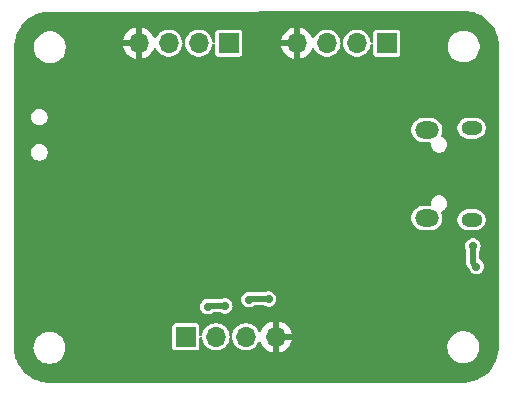
<source format=gbr>
%TF.GenerationSoftware,KiCad,Pcbnew,8.0.8*%
%TF.CreationDate,2025-02-20T15:14:10+05:30*%
%TF.ProjectId,Testing_1,54657374-696e-4675-9f31-2e6b69636164,rev?*%
%TF.SameCoordinates,Original*%
%TF.FileFunction,Copper,L2,Bot*%
%TF.FilePolarity,Positive*%
%FSLAX46Y46*%
G04 Gerber Fmt 4.6, Leading zero omitted, Abs format (unit mm)*
G04 Created by KiCad (PCBNEW 8.0.8) date 2025-02-20 15:14:10*
%MOMM*%
%LPD*%
G01*
G04 APERTURE LIST*
%TA.AperFunction,ComponentPad*%
%ADD10R,1.700000X1.700000*%
%TD*%
%TA.AperFunction,ComponentPad*%
%ADD11O,1.700000X1.700000*%
%TD*%
%TA.AperFunction,HeatsinkPad*%
%ADD12O,1.800000X1.150000*%
%TD*%
%TA.AperFunction,HeatsinkPad*%
%ADD13O,2.000000X1.450000*%
%TD*%
%TA.AperFunction,ViaPad*%
%ADD14C,0.700000*%
%TD*%
%TA.AperFunction,Conductor*%
%ADD15C,0.500000*%
%TD*%
%TA.AperFunction,Conductor*%
%ADD16C,0.300000*%
%TD*%
G04 APERTURE END LIST*
D10*
%TO.P,J4,1,Pin_1*%
%TO.N,+3.3V*%
X120020000Y-93870000D03*
D11*
%TO.P,J4,2,Pin_2*%
%TO.N,/I2C2_SCL*%
X122560000Y-93870000D03*
%TO.P,J4,3,Pin_3*%
%TO.N,/I2C2_SDA*%
X125100000Y-93870000D03*
%TO.P,J4,4,Pin_4*%
%TO.N,GND*%
X127640000Y-93870000D03*
%TD*%
D10*
%TO.P,J3,1,Pin_1*%
%TO.N,+3.3V*%
X123640000Y-69020000D03*
D11*
%TO.P,J3,2,Pin_2*%
%TO.N,/USART1_Tx*%
X121100000Y-69020000D03*
%TO.P,J3,3,Pin_3*%
%TO.N,/USART1_Rx*%
X118560000Y-69020000D03*
%TO.P,J3,4,Pin_4*%
%TO.N,GND*%
X116020000Y-69020000D03*
%TD*%
D10*
%TO.P,J2,1,Pin_1*%
%TO.N,+3.3V*%
X137040000Y-69020000D03*
D11*
%TO.P,J2,2,Pin_2*%
%TO.N,/SWDIO*%
X134500000Y-69020000D03*
%TO.P,J2,3,Pin_3*%
%TO.N,/SWCLK*%
X131960000Y-69020000D03*
%TO.P,J2,4,Pin_4*%
%TO.N,GND*%
X129420000Y-69020000D03*
%TD*%
D12*
%TO.P,J1,6,Shield*%
%TO.N,unconnected-(J1-Shield-Pad6)_3*%
X144210000Y-76225000D03*
D13*
%TO.N,unconnected-(J1-Shield-Pad6)_1*%
X140410000Y-76375000D03*
%TO.N,unconnected-(J1-Shield-Pad6)*%
X140410000Y-83825000D03*
D12*
%TO.N,unconnected-(J1-Shield-Pad6)_2*%
X144210000Y-83975000D03*
%TD*%
D14*
%TO.N,GND*%
X112560000Y-84170000D03*
X114320000Y-78760000D03*
%TO.N,+3.3V*%
X144626570Y-87931280D03*
X144330000Y-86200000D03*
X121880000Y-91330000D03*
X123320000Y-91260000D03*
X125360000Y-90740000D03*
X127030000Y-90680000D03*
%TO.N,GND*%
X137182000Y-88732150D03*
X141890000Y-88770000D03*
X138080141Y-88790000D03*
X137561999Y-85389923D03*
X137550000Y-84490000D03*
X138940000Y-78770000D03*
X132300000Y-79530000D03*
X109890000Y-73550000D03*
X122750000Y-78690000D03*
X118960000Y-76840000D03*
X115603105Y-82134527D03*
X116800000Y-85340000D03*
X116750000Y-89410000D03*
X122210000Y-82440000D03*
X123273796Y-88280000D03*
X127240000Y-84160000D03*
X116510000Y-79140000D03*
X145200000Y-87060000D03*
%TD*%
D15*
%TO.N,+3.3V*%
X144626570Y-87931280D02*
X144330000Y-87634710D01*
X144330000Y-87634710D02*
X144330000Y-86200000D01*
X121950000Y-91260000D02*
X121880000Y-91330000D01*
X123320000Y-91260000D02*
X121950000Y-91260000D01*
X125420000Y-90680000D02*
X125360000Y-90740000D01*
X127030000Y-90680000D02*
X125420000Y-90680000D01*
D16*
%TO.N,GND*%
X138120000Y-88750141D02*
X138080141Y-88790000D01*
X138120000Y-88660000D02*
X138120000Y-88750141D01*
%TD*%
%TA.AperFunction,Conductor*%
%TO.N,GND*%
G36*
X143540847Y-66300011D02*
G01*
X143702028Y-66302202D01*
X143714228Y-66302973D01*
X144035387Y-66339236D01*
X144049092Y-66341570D01*
X144363334Y-66413451D01*
X144376700Y-66417310D01*
X144680872Y-66523989D01*
X144693741Y-66529332D01*
X144984023Y-66669464D01*
X144996212Y-66676218D01*
X145268927Y-66848030D01*
X145280281Y-66856108D01*
X145532006Y-67057441D01*
X145542382Y-67066743D01*
X145584968Y-67109471D01*
X145769925Y-67295046D01*
X145779184Y-67305443D01*
X145808107Y-67341854D01*
X145979675Y-67557836D01*
X145987716Y-67569217D01*
X146158624Y-67842512D01*
X146165337Y-67854724D01*
X146294758Y-68125117D01*
X146304498Y-68145465D01*
X146309798Y-68158352D01*
X146415459Y-68462870D01*
X146419280Y-68476271D01*
X146490105Y-68790715D01*
X146492399Y-68804460D01*
X146527590Y-69125727D01*
X146528320Y-69137956D01*
X146529975Y-69299207D01*
X146529982Y-69300626D01*
X146500000Y-94759196D01*
X146499988Y-94760788D01*
X146497725Y-94922256D01*
X146496957Y-94934402D01*
X146460722Y-95255992D01*
X146458393Y-95269700D01*
X146386573Y-95584366D01*
X146382724Y-95597729D01*
X146276120Y-95902386D01*
X146270798Y-95915233D01*
X146130760Y-96206025D01*
X146124034Y-96218195D01*
X145952314Y-96491486D01*
X145944267Y-96502827D01*
X145743028Y-96755173D01*
X145733762Y-96765541D01*
X145505541Y-96993762D01*
X145495173Y-97003028D01*
X145242827Y-97204267D01*
X145231486Y-97212314D01*
X144958195Y-97384034D01*
X144946025Y-97390760D01*
X144655233Y-97530798D01*
X144642386Y-97536120D01*
X144337729Y-97642724D01*
X144324366Y-97646573D01*
X144009700Y-97718393D01*
X143995992Y-97720722D01*
X143674402Y-97756957D01*
X143662256Y-97757725D01*
X143500821Y-97759988D01*
X143499154Y-97760000D01*
X108470592Y-97780049D01*
X108469204Y-97780042D01*
X108308551Y-97778336D01*
X108296422Y-97777612D01*
X107976498Y-97742716D01*
X107962810Y-97740442D01*
X107649633Y-97670210D01*
X107636285Y-97666421D01*
X107332913Y-97561639D01*
X107320072Y-97556382D01*
X107030316Y-97418366D01*
X107018142Y-97411708D01*
X106984467Y-97390760D01*
X106745601Y-97242171D01*
X106734258Y-97234201D01*
X106482366Y-97035279D01*
X106471990Y-97026097D01*
X106243903Y-96800279D01*
X106234606Y-96789983D01*
X106206546Y-96755173D01*
X106033173Y-96540092D01*
X106025085Y-96528820D01*
X105852842Y-96258005D01*
X105846062Y-96245898D01*
X105705150Y-95957524D01*
X105699772Y-95944754D01*
X105591953Y-95642421D01*
X105588038Y-95629135D01*
X105514674Y-95316658D01*
X105512268Y-95303022D01*
X105474172Y-94983439D01*
X105473327Y-94971344D01*
X105470026Y-94811283D01*
X105470001Y-94808691D01*
X105470125Y-94703713D01*
X107119500Y-94703713D01*
X107119500Y-94916287D01*
X107122369Y-94934402D01*
X107144834Y-95076243D01*
X107152754Y-95126243D01*
X107210193Y-95303022D01*
X107218444Y-95328414D01*
X107314951Y-95517820D01*
X107439890Y-95689786D01*
X107590213Y-95840109D01*
X107762179Y-95965048D01*
X107762181Y-95965049D01*
X107762184Y-95965051D01*
X107951588Y-96061557D01*
X108153757Y-96127246D01*
X108363713Y-96160500D01*
X108363714Y-96160500D01*
X108576286Y-96160500D01*
X108576287Y-96160500D01*
X108786243Y-96127246D01*
X108988412Y-96061557D01*
X109177816Y-95965051D01*
X109264068Y-95902386D01*
X109349786Y-95840109D01*
X109349788Y-95840106D01*
X109349792Y-95840104D01*
X109500104Y-95689792D01*
X109500106Y-95689788D01*
X109500109Y-95689786D01*
X109625048Y-95517820D01*
X109625047Y-95517820D01*
X109625051Y-95517816D01*
X109721557Y-95328412D01*
X109787246Y-95126243D01*
X109820500Y-94916287D01*
X109820500Y-94703713D01*
X109787246Y-94493757D01*
X109721557Y-94291588D01*
X109625051Y-94102184D01*
X109625049Y-94102181D01*
X109625048Y-94102179D01*
X109500109Y-93930213D01*
X109349786Y-93779890D01*
X109177820Y-93654951D01*
X108988414Y-93558444D01*
X108988413Y-93558443D01*
X108988412Y-93558443D01*
X108786243Y-93492754D01*
X108786241Y-93492753D01*
X108786240Y-93492753D01*
X108610627Y-93464939D01*
X108576287Y-93459500D01*
X108363713Y-93459500D01*
X108329373Y-93464939D01*
X108153760Y-93492753D01*
X107951585Y-93558444D01*
X107762179Y-93654951D01*
X107590213Y-93779890D01*
X107439890Y-93930213D01*
X107314951Y-94102179D01*
X107218444Y-94291585D01*
X107152753Y-94493760D01*
X107128260Y-94648406D01*
X107119500Y-94703713D01*
X105470125Y-94703713D01*
X105472161Y-92975131D01*
X118869500Y-92975131D01*
X118869500Y-94764856D01*
X118869502Y-94764882D01*
X118872413Y-94789987D01*
X118872415Y-94789991D01*
X118917793Y-94892764D01*
X118917794Y-94892765D01*
X118997235Y-94972206D01*
X119100009Y-95017585D01*
X119125135Y-95020500D01*
X120914864Y-95020499D01*
X120914879Y-95020497D01*
X120914882Y-95020497D01*
X120939987Y-95017586D01*
X120939988Y-95017585D01*
X120939991Y-95017585D01*
X121042765Y-94972206D01*
X121122206Y-94892765D01*
X121167585Y-94789991D01*
X121170500Y-94764865D01*
X121170499Y-94026046D01*
X121190183Y-93959009D01*
X121242987Y-93913254D01*
X121312146Y-93903310D01*
X121375702Y-93932335D01*
X121413476Y-93991113D01*
X121417970Y-94014606D01*
X121421452Y-94052179D01*
X121424244Y-94082310D01*
X121477675Y-94270099D01*
X121482596Y-94287392D01*
X121482596Y-94287394D01*
X121577632Y-94478253D01*
X121706127Y-94648406D01*
X121706128Y-94648407D01*
X121863698Y-94792052D01*
X122044981Y-94904298D01*
X122243802Y-94981321D01*
X122453390Y-95020500D01*
X122453392Y-95020500D01*
X122666608Y-95020500D01*
X122666610Y-95020500D01*
X122876198Y-94981321D01*
X123075019Y-94904298D01*
X123256302Y-94792052D01*
X123413872Y-94648407D01*
X123542366Y-94478255D01*
X123596270Y-94370000D01*
X123637403Y-94287394D01*
X123637403Y-94287393D01*
X123637405Y-94287389D01*
X123695756Y-94082310D01*
X123706529Y-93966047D01*
X123732315Y-93901111D01*
X123774622Y-93870804D01*
X123883130Y-93870804D01*
X123919503Y-93891668D01*
X123951693Y-93953681D01*
X123953470Y-93966047D01*
X123964244Y-94082310D01*
X124017675Y-94270099D01*
X124022596Y-94287392D01*
X124022596Y-94287394D01*
X124117632Y-94478253D01*
X124246127Y-94648406D01*
X124246128Y-94648407D01*
X124403698Y-94792052D01*
X124584981Y-94904298D01*
X124783802Y-94981321D01*
X124993390Y-95020500D01*
X124993392Y-95020500D01*
X125206608Y-95020500D01*
X125206610Y-95020500D01*
X125416198Y-94981321D01*
X125615019Y-94904298D01*
X125796302Y-94792052D01*
X125953872Y-94648407D01*
X126082366Y-94478255D01*
X126149325Y-94343781D01*
X126196825Y-94292548D01*
X126264488Y-94275126D01*
X126330828Y-94297051D01*
X126372705Y-94346651D01*
X126466399Y-94547578D01*
X126601894Y-94741082D01*
X126768917Y-94908105D01*
X126962421Y-95043600D01*
X127176507Y-95143429D01*
X127176516Y-95143433D01*
X127390000Y-95200634D01*
X127390000Y-94303012D01*
X127447007Y-94335925D01*
X127574174Y-94370000D01*
X127705826Y-94370000D01*
X127832993Y-94335925D01*
X127890000Y-94303012D01*
X127890000Y-95200633D01*
X128103483Y-95143433D01*
X128103492Y-95143429D01*
X128317578Y-95043600D01*
X128511082Y-94908105D01*
X128678105Y-94741082D01*
X128739282Y-94653713D01*
X142149500Y-94653713D01*
X142149500Y-94866286D01*
X142173924Y-95020497D01*
X142182754Y-95076243D01*
X142245612Y-95269700D01*
X142248444Y-95278414D01*
X142344951Y-95467820D01*
X142469890Y-95639786D01*
X142620213Y-95790109D01*
X142792179Y-95915048D01*
X142792181Y-95915049D01*
X142792184Y-95915051D01*
X142981588Y-96011557D01*
X143183757Y-96077246D01*
X143393713Y-96110500D01*
X143393714Y-96110500D01*
X143606286Y-96110500D01*
X143606287Y-96110500D01*
X143816243Y-96077246D01*
X144018412Y-96011557D01*
X144207816Y-95915051D01*
X144310966Y-95840109D01*
X144379786Y-95790109D01*
X144379788Y-95790106D01*
X144379792Y-95790104D01*
X144530104Y-95639792D01*
X144530106Y-95639788D01*
X144530109Y-95639786D01*
X144655048Y-95467820D01*
X144655047Y-95467820D01*
X144655051Y-95467816D01*
X144751557Y-95278412D01*
X144817246Y-95076243D01*
X144850500Y-94866287D01*
X144850500Y-94653713D01*
X144817246Y-94443757D01*
X144751557Y-94241588D01*
X144655051Y-94052184D01*
X144655049Y-94052181D01*
X144655048Y-94052179D01*
X144530109Y-93880213D01*
X144379786Y-93729890D01*
X144207820Y-93604951D01*
X144018414Y-93508444D01*
X144018413Y-93508443D01*
X144018412Y-93508443D01*
X143816243Y-93442754D01*
X143816241Y-93442753D01*
X143816240Y-93442753D01*
X143654957Y-93417208D01*
X143606287Y-93409500D01*
X143393713Y-93409500D01*
X143345042Y-93417208D01*
X143183760Y-93442753D01*
X142981585Y-93508444D01*
X142792179Y-93604951D01*
X142620213Y-93729890D01*
X142469890Y-93880213D01*
X142344951Y-94052179D01*
X142248444Y-94241585D01*
X142182753Y-94443760D01*
X142149500Y-94653713D01*
X128739282Y-94653713D01*
X128813600Y-94547578D01*
X128913429Y-94333492D01*
X128913432Y-94333486D01*
X128970636Y-94120000D01*
X128073012Y-94120000D01*
X128105925Y-94062993D01*
X128140000Y-93935826D01*
X128140000Y-93804174D01*
X128105925Y-93677007D01*
X128073012Y-93620000D01*
X128970636Y-93620000D01*
X128970635Y-93619999D01*
X128913432Y-93406513D01*
X128913429Y-93406507D01*
X128813600Y-93192422D01*
X128813599Y-93192420D01*
X128678113Y-92998926D01*
X128678108Y-92998920D01*
X128511082Y-92831894D01*
X128317578Y-92696399D01*
X128103492Y-92596570D01*
X128103486Y-92596567D01*
X127890000Y-92539364D01*
X127890000Y-93436988D01*
X127832993Y-93404075D01*
X127705826Y-93370000D01*
X127574174Y-93370000D01*
X127447007Y-93404075D01*
X127390000Y-93436988D01*
X127390000Y-92539364D01*
X127389999Y-92539364D01*
X127176513Y-92596567D01*
X127176507Y-92596570D01*
X126962422Y-92696399D01*
X126962420Y-92696400D01*
X126768926Y-92831886D01*
X126768920Y-92831891D01*
X126601891Y-92998920D01*
X126601886Y-92998926D01*
X126466400Y-93192420D01*
X126466399Y-93192422D01*
X126372705Y-93393348D01*
X126326532Y-93445787D01*
X126259339Y-93464939D01*
X126192457Y-93444723D01*
X126149324Y-93396216D01*
X126082366Y-93261745D01*
X125953872Y-93091593D01*
X125796302Y-92947948D01*
X125615019Y-92835702D01*
X125615017Y-92835701D01*
X125515608Y-92797190D01*
X125416198Y-92758679D01*
X125206610Y-92719500D01*
X124993390Y-92719500D01*
X124783802Y-92758679D01*
X124783799Y-92758679D01*
X124783799Y-92758680D01*
X124584982Y-92835701D01*
X124584980Y-92835702D01*
X124403699Y-92947947D01*
X124246127Y-93091593D01*
X124117632Y-93261746D01*
X124022596Y-93452605D01*
X124022596Y-93452607D01*
X123964244Y-93657689D01*
X123953471Y-93773951D01*
X123927685Y-93838888D01*
X123883130Y-93870804D01*
X123774622Y-93870804D01*
X123776869Y-93869194D01*
X123740497Y-93848331D01*
X123708307Y-93786318D01*
X123706529Y-93773951D01*
X123703175Y-93737759D01*
X123695756Y-93657690D01*
X123637405Y-93452611D01*
X123637403Y-93452606D01*
X123637403Y-93452605D01*
X123542367Y-93261746D01*
X123413872Y-93091593D01*
X123256302Y-92947948D01*
X123075019Y-92835702D01*
X123075017Y-92835701D01*
X122975608Y-92797190D01*
X122876198Y-92758679D01*
X122666610Y-92719500D01*
X122453390Y-92719500D01*
X122243802Y-92758679D01*
X122243799Y-92758679D01*
X122243799Y-92758680D01*
X122044982Y-92835701D01*
X122044980Y-92835702D01*
X121863699Y-92947947D01*
X121706127Y-93091593D01*
X121577632Y-93261746D01*
X121482596Y-93452605D01*
X121482596Y-93452607D01*
X121424244Y-93657689D01*
X121417970Y-93725394D01*
X121392183Y-93790331D01*
X121335383Y-93831018D01*
X121265602Y-93834538D01*
X121204995Y-93799772D01*
X121172806Y-93737759D01*
X121170499Y-93713952D01*
X121170499Y-92975143D01*
X121170499Y-92975136D01*
X121170497Y-92975117D01*
X121167586Y-92950012D01*
X121167585Y-92950010D01*
X121167585Y-92950009D01*
X121122206Y-92847235D01*
X121042765Y-92767794D01*
X121022124Y-92758680D01*
X120939992Y-92722415D01*
X120914865Y-92719500D01*
X119125143Y-92719500D01*
X119125117Y-92719502D01*
X119100012Y-92722413D01*
X119100008Y-92722415D01*
X118997235Y-92767793D01*
X118917794Y-92847234D01*
X118872415Y-92950006D01*
X118872415Y-92950008D01*
X118869500Y-92975131D01*
X105472161Y-92975131D01*
X105474099Y-91329999D01*
X121224722Y-91329999D01*
X121224722Y-91330000D01*
X121243762Y-91486818D01*
X121299780Y-91634523D01*
X121389517Y-91764530D01*
X121507760Y-91869283D01*
X121507762Y-91869284D01*
X121647634Y-91942696D01*
X121801014Y-91980500D01*
X121801015Y-91980500D01*
X121958985Y-91980500D01*
X122112365Y-91942696D01*
X122252238Y-91869284D01*
X122252237Y-91869284D01*
X122252240Y-91869283D01*
X122270139Y-91853425D01*
X122283394Y-91841684D01*
X122346627Y-91811963D01*
X122365620Y-91810500D01*
X122938569Y-91810500D01*
X122996194Y-91824703D01*
X123087635Y-91872696D01*
X123164325Y-91891598D01*
X123241014Y-91910500D01*
X123241015Y-91910500D01*
X123398985Y-91910500D01*
X123552365Y-91872696D01*
X123558870Y-91869282D01*
X123692240Y-91799283D01*
X123810483Y-91694530D01*
X123900220Y-91564523D01*
X123956237Y-91416818D01*
X123975278Y-91260000D01*
X123964737Y-91173182D01*
X123956237Y-91103181D01*
X123911236Y-90984524D01*
X123900220Y-90955477D01*
X123810483Y-90825470D01*
X123714005Y-90739999D01*
X124704722Y-90739999D01*
X124704722Y-90740000D01*
X124723762Y-90896818D01*
X124746009Y-90955477D01*
X124779780Y-91044523D01*
X124869517Y-91174530D01*
X124987760Y-91279283D01*
X124987762Y-91279284D01*
X125127634Y-91352696D01*
X125281014Y-91390500D01*
X125281015Y-91390500D01*
X125438985Y-91390500D01*
X125592365Y-91352696D01*
X125732238Y-91279284D01*
X125732237Y-91279284D01*
X125732240Y-91279283D01*
X125744502Y-91268419D01*
X125752106Y-91261684D01*
X125815339Y-91231963D01*
X125834332Y-91230500D01*
X126648569Y-91230500D01*
X126706194Y-91244703D01*
X126797635Y-91292696D01*
X126874325Y-91311598D01*
X126951014Y-91330500D01*
X126951015Y-91330500D01*
X127108985Y-91330500D01*
X127262365Y-91292696D01*
X127287923Y-91279282D01*
X127402240Y-91219283D01*
X127520483Y-91114530D01*
X127610220Y-90984523D01*
X127666237Y-90836818D01*
X127685278Y-90680000D01*
X127666237Y-90523182D01*
X127610220Y-90375477D01*
X127520483Y-90245470D01*
X127402240Y-90140717D01*
X127402238Y-90140716D01*
X127402237Y-90140715D01*
X127262365Y-90067303D01*
X127108986Y-90029500D01*
X127108985Y-90029500D01*
X126951015Y-90029500D01*
X126951014Y-90029500D01*
X126797636Y-90067303D01*
X126755345Y-90089500D01*
X126706194Y-90115296D01*
X126648569Y-90129500D01*
X125616332Y-90129500D01*
X125586658Y-90125897D01*
X125438986Y-90089500D01*
X125438985Y-90089500D01*
X125281015Y-90089500D01*
X125281014Y-90089500D01*
X125127634Y-90127303D01*
X124987762Y-90200715D01*
X124869516Y-90305471D01*
X124779781Y-90435475D01*
X124779780Y-90435476D01*
X124723762Y-90583181D01*
X124704722Y-90739999D01*
X123714005Y-90739999D01*
X123692240Y-90720717D01*
X123692238Y-90720716D01*
X123692237Y-90720715D01*
X123552365Y-90647303D01*
X123398986Y-90609500D01*
X123398985Y-90609500D01*
X123241015Y-90609500D01*
X123241014Y-90609500D01*
X123087636Y-90647303D01*
X123041763Y-90671379D01*
X122996194Y-90695296D01*
X122938569Y-90709500D01*
X122095759Y-90709500D01*
X122066084Y-90705897D01*
X121958985Y-90679500D01*
X121801015Y-90679500D01*
X121801014Y-90679500D01*
X121647634Y-90717303D01*
X121507762Y-90790715D01*
X121389516Y-90895471D01*
X121299781Y-91025475D01*
X121299780Y-91025476D01*
X121243762Y-91173181D01*
X121224722Y-91329999D01*
X105474099Y-91329999D01*
X105480142Y-86199999D01*
X143674722Y-86199999D01*
X143674722Y-86200000D01*
X143693762Y-86356818D01*
X143749780Y-86504523D01*
X143757548Y-86515777D01*
X143779433Y-86582130D01*
X143779500Y-86586219D01*
X143779500Y-87562236D01*
X143779500Y-87707184D01*
X143817016Y-87847195D01*
X143865561Y-87931279D01*
X143889489Y-87972723D01*
X143889491Y-87972726D01*
X143962633Y-88045868D01*
X143990894Y-88089578D01*
X144046350Y-88235803D01*
X144136087Y-88365810D01*
X144254330Y-88470563D01*
X144254332Y-88470564D01*
X144394204Y-88543976D01*
X144547584Y-88581780D01*
X144547585Y-88581780D01*
X144705555Y-88581780D01*
X144858935Y-88543976D01*
X144998810Y-88470563D01*
X145117053Y-88365810D01*
X145206790Y-88235803D01*
X145262807Y-88088098D01*
X145281848Y-87931280D01*
X145262807Y-87774462D01*
X145206790Y-87626757D01*
X145117053Y-87496750D01*
X144998810Y-87391997D01*
X144998808Y-87391996D01*
X144998807Y-87391995D01*
X144998805Y-87391994D01*
X144946873Y-87364737D01*
X144896661Y-87316152D01*
X144880500Y-87254941D01*
X144880500Y-86586219D01*
X144900185Y-86519180D01*
X144902434Y-86515802D01*
X144910220Y-86504523D01*
X144966237Y-86356818D01*
X144985278Y-86200000D01*
X144966237Y-86043182D01*
X144910220Y-85895477D01*
X144820483Y-85765470D01*
X144702240Y-85660717D01*
X144702238Y-85660716D01*
X144702237Y-85660715D01*
X144562365Y-85587303D01*
X144408986Y-85549500D01*
X144408985Y-85549500D01*
X144251015Y-85549500D01*
X144251014Y-85549500D01*
X144097634Y-85587303D01*
X143957762Y-85660715D01*
X143839516Y-85765471D01*
X143749781Y-85895475D01*
X143749780Y-85895476D01*
X143693762Y-86043181D01*
X143674722Y-86199999D01*
X105480142Y-86199999D01*
X105483058Y-83723992D01*
X139109500Y-83723992D01*
X139109500Y-83926007D01*
X139148907Y-84124119D01*
X139148909Y-84124127D01*
X139226212Y-84310752D01*
X139226217Y-84310762D01*
X139338441Y-84478718D01*
X139481281Y-84621558D01*
X139649237Y-84733782D01*
X139649241Y-84733784D01*
X139649244Y-84733786D01*
X139835873Y-84811091D01*
X140033992Y-84850499D01*
X140033996Y-84850500D01*
X140033997Y-84850500D01*
X140786004Y-84850500D01*
X140786005Y-84850499D01*
X140984127Y-84811091D01*
X141170756Y-84733786D01*
X141338718Y-84621558D01*
X141481558Y-84478718D01*
X141593786Y-84310756D01*
X141671091Y-84124127D01*
X141710500Y-83926003D01*
X141710500Y-83888766D01*
X143009500Y-83888766D01*
X143009500Y-84061233D01*
X143043143Y-84230366D01*
X143043146Y-84230378D01*
X143109138Y-84389698D01*
X143109145Y-84389711D01*
X143204954Y-84533098D01*
X143204957Y-84533102D01*
X143326897Y-84655042D01*
X143326901Y-84655045D01*
X143470288Y-84750854D01*
X143470301Y-84750861D01*
X143615708Y-84811090D01*
X143629626Y-84816855D01*
X143798766Y-84850499D01*
X143798769Y-84850500D01*
X143798771Y-84850500D01*
X144621231Y-84850500D01*
X144621232Y-84850499D01*
X144790374Y-84816855D01*
X144949705Y-84750858D01*
X145093099Y-84655045D01*
X145215045Y-84533099D01*
X145310858Y-84389705D01*
X145376855Y-84230374D01*
X145410500Y-84061229D01*
X145410500Y-83888771D01*
X145410500Y-83888768D01*
X145410499Y-83888766D01*
X145376856Y-83719633D01*
X145376855Y-83719626D01*
X145376853Y-83719621D01*
X145310861Y-83560301D01*
X145310854Y-83560288D01*
X145215045Y-83416901D01*
X145215042Y-83416897D01*
X145093102Y-83294957D01*
X145093098Y-83294954D01*
X144949711Y-83199145D01*
X144949698Y-83199138D01*
X144790378Y-83133146D01*
X144790366Y-83133143D01*
X144621232Y-83099500D01*
X144621229Y-83099500D01*
X143798771Y-83099500D01*
X143798768Y-83099500D01*
X143629633Y-83133143D01*
X143629621Y-83133146D01*
X143470301Y-83199138D01*
X143470288Y-83199145D01*
X143326901Y-83294954D01*
X143326897Y-83294957D01*
X143204957Y-83416897D01*
X143204954Y-83416901D01*
X143109145Y-83560288D01*
X143109138Y-83560301D01*
X143043146Y-83719621D01*
X143043143Y-83719633D01*
X143009500Y-83888766D01*
X141710500Y-83888766D01*
X141710500Y-83723997D01*
X141671091Y-83525873D01*
X141629932Y-83426507D01*
X141622463Y-83357037D01*
X141653738Y-83294558D01*
X141704060Y-83264700D01*
X141703207Y-83262452D01*
X141710222Y-83259790D01*
X141710225Y-83259790D01*
X141860852Y-83180734D01*
X141988183Y-83067929D01*
X142084818Y-82927930D01*
X142145140Y-82768872D01*
X142165645Y-82600000D01*
X142145140Y-82431128D01*
X142084818Y-82272070D01*
X141988183Y-82132071D01*
X141860852Y-82019266D01*
X141860849Y-82019263D01*
X141710226Y-81940210D01*
X141545056Y-81899500D01*
X141374944Y-81899500D01*
X141209773Y-81940210D01*
X141059150Y-82019263D01*
X140931816Y-82132072D01*
X140835182Y-82272068D01*
X140774860Y-82431125D01*
X140774859Y-82431130D01*
X140754355Y-82599999D01*
X140761708Y-82660553D01*
X140750248Y-82729476D01*
X140703344Y-82781263D01*
X140638612Y-82799500D01*
X140033992Y-82799500D01*
X139835880Y-82838907D01*
X139835872Y-82838909D01*
X139649247Y-82916212D01*
X139649237Y-82916217D01*
X139481281Y-83028441D01*
X139338441Y-83171281D01*
X139226217Y-83339237D01*
X139226212Y-83339247D01*
X139148909Y-83525872D01*
X139148907Y-83525880D01*
X139109500Y-83723992D01*
X105483058Y-83723992D01*
X105489401Y-78338995D01*
X106919499Y-78338995D01*
X106946418Y-78474322D01*
X106946421Y-78474332D01*
X106999221Y-78601804D01*
X106999228Y-78601817D01*
X107075885Y-78716541D01*
X107075888Y-78716545D01*
X107173454Y-78814111D01*
X107173458Y-78814114D01*
X107288182Y-78890771D01*
X107288195Y-78890778D01*
X107415667Y-78943578D01*
X107415672Y-78943580D01*
X107415676Y-78943580D01*
X107415677Y-78943581D01*
X107551004Y-78970500D01*
X107551007Y-78970500D01*
X107688995Y-78970500D01*
X107780041Y-78952389D01*
X107824328Y-78943580D01*
X107951811Y-78890775D01*
X108066542Y-78814114D01*
X108164114Y-78716542D01*
X108240775Y-78601811D01*
X108293580Y-78474328D01*
X108320500Y-78338993D01*
X108320500Y-78201007D01*
X108320500Y-78201004D01*
X108293581Y-78065677D01*
X108293580Y-78065676D01*
X108293580Y-78065672D01*
X108293578Y-78065667D01*
X108240778Y-77938195D01*
X108240771Y-77938182D01*
X108164114Y-77823458D01*
X108164111Y-77823454D01*
X108066545Y-77725888D01*
X108066541Y-77725885D01*
X107951817Y-77649228D01*
X107951804Y-77649221D01*
X107824332Y-77596421D01*
X107824322Y-77596418D01*
X107688995Y-77569500D01*
X107688993Y-77569500D01*
X107551007Y-77569500D01*
X107551005Y-77569500D01*
X107415677Y-77596418D01*
X107415667Y-77596421D01*
X107288195Y-77649221D01*
X107288182Y-77649228D01*
X107173458Y-77725885D01*
X107173454Y-77725888D01*
X107075888Y-77823454D01*
X107075885Y-77823458D01*
X106999228Y-77938182D01*
X106999221Y-77938195D01*
X106946421Y-78065667D01*
X106946418Y-78065677D01*
X106919500Y-78201004D01*
X106919500Y-78201007D01*
X106919500Y-78338993D01*
X106919500Y-78338995D01*
X106919499Y-78338995D01*
X105489401Y-78338995D01*
X105491834Y-76273992D01*
X139109500Y-76273992D01*
X139109500Y-76476007D01*
X139148907Y-76674119D01*
X139148909Y-76674127D01*
X139226212Y-76860752D01*
X139226217Y-76860762D01*
X139338441Y-77028718D01*
X139481281Y-77171558D01*
X139649237Y-77283782D01*
X139649241Y-77283784D01*
X139649244Y-77283786D01*
X139835873Y-77361091D01*
X140033484Y-77400398D01*
X140033992Y-77400499D01*
X140033996Y-77400500D01*
X140638612Y-77400500D01*
X140705651Y-77420185D01*
X140751406Y-77472989D01*
X140761707Y-77539445D01*
X140754790Y-77596418D01*
X140754355Y-77600000D01*
X140774859Y-77768869D01*
X140774860Y-77768874D01*
X140835182Y-77927931D01*
X140842258Y-77938182D01*
X140931817Y-78067929D01*
X141037505Y-78161560D01*
X141059150Y-78180736D01*
X141209773Y-78259789D01*
X141209775Y-78259790D01*
X141374944Y-78300500D01*
X141545056Y-78300500D01*
X141710225Y-78259790D01*
X141789692Y-78218081D01*
X141860849Y-78180736D01*
X141860850Y-78180734D01*
X141860852Y-78180734D01*
X141988183Y-78067929D01*
X142084818Y-77927930D01*
X142145140Y-77768872D01*
X142165645Y-77600000D01*
X142145140Y-77431128D01*
X142133524Y-77400500D01*
X142118578Y-77361090D01*
X142084818Y-77272070D01*
X141988183Y-77132071D01*
X141860852Y-77019266D01*
X141860849Y-77019263D01*
X141710225Y-76940209D01*
X141703210Y-76937549D01*
X141704131Y-76935119D01*
X141654438Y-76906186D01*
X141622649Y-76843967D01*
X141629544Y-76774439D01*
X141629932Y-76773492D01*
X141671091Y-76674127D01*
X141710500Y-76476003D01*
X141710500Y-76273997D01*
X141683601Y-76138766D01*
X143009500Y-76138766D01*
X143009500Y-76311233D01*
X143043143Y-76480366D01*
X143043146Y-76480378D01*
X143109138Y-76639698D01*
X143109145Y-76639711D01*
X143204954Y-76783098D01*
X143204957Y-76783102D01*
X143326897Y-76905042D01*
X143326901Y-76905045D01*
X143470288Y-77000854D01*
X143470301Y-77000861D01*
X143629621Y-77066853D01*
X143629626Y-77066855D01*
X143798766Y-77100499D01*
X143798769Y-77100500D01*
X143798771Y-77100500D01*
X144621231Y-77100500D01*
X144621232Y-77100499D01*
X144790374Y-77066855D01*
X144949705Y-77000858D01*
X145093099Y-76905045D01*
X145215045Y-76783099D01*
X145310858Y-76639705D01*
X145376855Y-76480374D01*
X145410500Y-76311229D01*
X145410500Y-76138771D01*
X145410500Y-76138768D01*
X145410499Y-76138766D01*
X145397989Y-76075873D01*
X145376855Y-75969626D01*
X145366067Y-75943581D01*
X145310861Y-75810301D01*
X145310854Y-75810288D01*
X145215045Y-75666901D01*
X145215042Y-75666897D01*
X145093102Y-75544957D01*
X145093098Y-75544954D01*
X144949711Y-75449145D01*
X144949698Y-75449138D01*
X144790378Y-75383146D01*
X144790366Y-75383143D01*
X144621232Y-75349500D01*
X144621229Y-75349500D01*
X143798771Y-75349500D01*
X143798768Y-75349500D01*
X143629633Y-75383143D01*
X143629621Y-75383146D01*
X143470301Y-75449138D01*
X143470288Y-75449145D01*
X143326901Y-75544954D01*
X143326897Y-75544957D01*
X143204957Y-75666897D01*
X143204954Y-75666901D01*
X143109145Y-75810288D01*
X143109138Y-75810301D01*
X143043146Y-75969621D01*
X143043143Y-75969633D01*
X143009500Y-76138766D01*
X141683601Y-76138766D01*
X141671091Y-76075873D01*
X141593786Y-75889244D01*
X141593784Y-75889241D01*
X141593782Y-75889237D01*
X141481558Y-75721281D01*
X141338718Y-75578441D01*
X141170762Y-75466217D01*
X141170752Y-75466212D01*
X140984127Y-75388909D01*
X140984119Y-75388907D01*
X140786007Y-75349500D01*
X140786003Y-75349500D01*
X140033997Y-75349500D01*
X140033992Y-75349500D01*
X139835880Y-75388907D01*
X139835872Y-75388909D01*
X139649247Y-75466212D01*
X139649237Y-75466217D01*
X139481281Y-75578441D01*
X139338441Y-75721281D01*
X139226217Y-75889237D01*
X139226212Y-75889247D01*
X139148909Y-76075872D01*
X139148907Y-76075880D01*
X139109500Y-76273992D01*
X105491834Y-76273992D01*
X105492935Y-75338995D01*
X106919499Y-75338995D01*
X106946418Y-75474322D01*
X106946421Y-75474332D01*
X106999221Y-75601804D01*
X106999228Y-75601817D01*
X107075885Y-75716541D01*
X107075888Y-75716545D01*
X107173454Y-75814111D01*
X107173458Y-75814114D01*
X107288182Y-75890771D01*
X107288195Y-75890778D01*
X107415667Y-75943578D01*
X107415672Y-75943580D01*
X107415676Y-75943580D01*
X107415677Y-75943581D01*
X107551004Y-75970500D01*
X107551007Y-75970500D01*
X107688995Y-75970500D01*
X107780041Y-75952389D01*
X107824328Y-75943580D01*
X107951811Y-75890775D01*
X108066542Y-75814114D01*
X108164114Y-75716542D01*
X108240775Y-75601811D01*
X108293580Y-75474328D01*
X108310571Y-75388909D01*
X108320500Y-75338995D01*
X108320500Y-75201004D01*
X108293581Y-75065677D01*
X108293580Y-75065676D01*
X108293580Y-75065672D01*
X108293578Y-75065667D01*
X108240778Y-74938195D01*
X108240771Y-74938182D01*
X108164114Y-74823458D01*
X108164111Y-74823454D01*
X108066545Y-74725888D01*
X108066541Y-74725885D01*
X107951817Y-74649228D01*
X107951804Y-74649221D01*
X107824332Y-74596421D01*
X107824322Y-74596418D01*
X107688995Y-74569500D01*
X107688993Y-74569500D01*
X107551007Y-74569500D01*
X107551005Y-74569500D01*
X107415677Y-74596418D01*
X107415667Y-74596421D01*
X107288195Y-74649221D01*
X107288182Y-74649228D01*
X107173458Y-74725885D01*
X107173454Y-74725888D01*
X107075888Y-74823454D01*
X107075885Y-74823458D01*
X106999228Y-74938182D01*
X106999221Y-74938195D01*
X106946421Y-75065667D01*
X106946418Y-75065677D01*
X106919500Y-75201004D01*
X106919500Y-75201007D01*
X106919500Y-75338993D01*
X106919500Y-75338995D01*
X106919499Y-75338995D01*
X105492935Y-75338995D01*
X105500000Y-69340826D01*
X105500015Y-69339115D01*
X105501453Y-69253713D01*
X107159500Y-69253713D01*
X107159500Y-69466287D01*
X107192754Y-69676243D01*
X107238948Y-69818414D01*
X107258444Y-69878414D01*
X107354951Y-70067820D01*
X107479890Y-70239786D01*
X107630213Y-70390109D01*
X107802179Y-70515048D01*
X107802181Y-70515049D01*
X107802184Y-70515051D01*
X107991588Y-70611557D01*
X108193757Y-70677246D01*
X108403713Y-70710500D01*
X108403714Y-70710500D01*
X108616286Y-70710500D01*
X108616287Y-70710500D01*
X108826243Y-70677246D01*
X109028412Y-70611557D01*
X109217816Y-70515051D01*
X109239789Y-70499086D01*
X109389786Y-70390109D01*
X109389788Y-70390106D01*
X109389792Y-70390104D01*
X109540104Y-70239792D01*
X109540106Y-70239788D01*
X109540109Y-70239786D01*
X109665048Y-70067820D01*
X109665047Y-70067820D01*
X109665051Y-70067816D01*
X109761557Y-69878412D01*
X109827246Y-69676243D01*
X109860500Y-69466287D01*
X109860500Y-69253713D01*
X109827246Y-69043757D01*
X109761557Y-68841588D01*
X109725081Y-68769999D01*
X114689364Y-68769999D01*
X114689364Y-68770000D01*
X115586988Y-68770000D01*
X115554075Y-68827007D01*
X115520000Y-68954174D01*
X115520000Y-69085826D01*
X115554075Y-69212993D01*
X115586988Y-69270000D01*
X114689364Y-69270000D01*
X114746567Y-69483486D01*
X114746570Y-69483492D01*
X114846399Y-69697578D01*
X114981894Y-69891082D01*
X115148917Y-70058105D01*
X115342421Y-70193600D01*
X115556507Y-70293429D01*
X115556516Y-70293433D01*
X115770000Y-70350634D01*
X115770000Y-69453012D01*
X115827007Y-69485925D01*
X115954174Y-69520000D01*
X116085826Y-69520000D01*
X116212993Y-69485925D01*
X116270000Y-69453012D01*
X116270000Y-70350633D01*
X116483483Y-70293433D01*
X116483492Y-70293429D01*
X116697578Y-70193600D01*
X116891082Y-70058105D01*
X117058105Y-69891082D01*
X117193600Y-69697578D01*
X117287294Y-69496651D01*
X117333466Y-69444212D01*
X117400660Y-69425060D01*
X117467541Y-69445276D01*
X117510676Y-69493785D01*
X117577632Y-69628253D01*
X117706127Y-69798406D01*
X117706128Y-69798407D01*
X117863698Y-69942052D01*
X118044981Y-70054298D01*
X118243802Y-70131321D01*
X118453390Y-70170500D01*
X118453392Y-70170500D01*
X118666608Y-70170500D01*
X118666610Y-70170500D01*
X118876198Y-70131321D01*
X119075019Y-70054298D01*
X119256302Y-69942052D01*
X119413872Y-69798407D01*
X119542366Y-69628255D01*
X119596270Y-69520000D01*
X119637403Y-69437394D01*
X119637403Y-69437393D01*
X119637405Y-69437389D01*
X119695756Y-69232310D01*
X119706529Y-69116047D01*
X119732315Y-69051111D01*
X119774622Y-69020804D01*
X119883130Y-69020804D01*
X119919503Y-69041668D01*
X119951693Y-69103681D01*
X119953470Y-69116047D01*
X119964244Y-69232310D01*
X120017675Y-69420099D01*
X120022596Y-69437392D01*
X120022596Y-69437394D01*
X120117632Y-69628253D01*
X120246127Y-69798406D01*
X120246128Y-69798407D01*
X120403698Y-69942052D01*
X120584981Y-70054298D01*
X120783802Y-70131321D01*
X120993390Y-70170500D01*
X120993392Y-70170500D01*
X121206608Y-70170500D01*
X121206610Y-70170500D01*
X121416198Y-70131321D01*
X121615019Y-70054298D01*
X121796302Y-69942052D01*
X121953872Y-69798407D01*
X122082366Y-69628255D01*
X122136270Y-69520000D01*
X122177403Y-69437394D01*
X122177403Y-69437393D01*
X122177405Y-69437389D01*
X122235756Y-69232310D01*
X122242029Y-69164605D01*
X122267814Y-69099669D01*
X122324614Y-69058981D01*
X122394395Y-69055461D01*
X122455002Y-69090225D01*
X122487193Y-69152238D01*
X122489500Y-69176047D01*
X122489500Y-69914856D01*
X122489502Y-69914882D01*
X122492413Y-69939987D01*
X122492415Y-69939991D01*
X122537793Y-70042764D01*
X122537794Y-70042765D01*
X122617235Y-70122206D01*
X122720009Y-70167585D01*
X122745135Y-70170500D01*
X124534864Y-70170499D01*
X124534879Y-70170497D01*
X124534882Y-70170497D01*
X124559987Y-70167586D01*
X124559988Y-70167585D01*
X124559991Y-70167585D01*
X124662765Y-70122206D01*
X124742206Y-70042765D01*
X124787585Y-69939991D01*
X124790500Y-69914865D01*
X124790499Y-68769999D01*
X128089364Y-68769999D01*
X128089364Y-68770000D01*
X128986988Y-68770000D01*
X128954075Y-68827007D01*
X128920000Y-68954174D01*
X128920000Y-69085826D01*
X128954075Y-69212993D01*
X128986988Y-69270000D01*
X128089364Y-69270000D01*
X128146567Y-69483486D01*
X128146570Y-69483492D01*
X128246399Y-69697578D01*
X128381894Y-69891082D01*
X128548917Y-70058105D01*
X128742421Y-70193600D01*
X128956507Y-70293429D01*
X128956516Y-70293433D01*
X129170000Y-70350634D01*
X129170000Y-69453012D01*
X129227007Y-69485925D01*
X129354174Y-69520000D01*
X129485826Y-69520000D01*
X129612993Y-69485925D01*
X129670000Y-69453012D01*
X129670000Y-70350633D01*
X129883483Y-70293433D01*
X129883492Y-70293429D01*
X130097578Y-70193600D01*
X130291082Y-70058105D01*
X130458105Y-69891082D01*
X130593600Y-69697578D01*
X130687294Y-69496651D01*
X130733466Y-69444212D01*
X130800660Y-69425060D01*
X130867541Y-69445276D01*
X130910676Y-69493785D01*
X130977632Y-69628253D01*
X131106127Y-69798406D01*
X131106128Y-69798407D01*
X131263698Y-69942052D01*
X131444981Y-70054298D01*
X131643802Y-70131321D01*
X131853390Y-70170500D01*
X131853392Y-70170500D01*
X132066608Y-70170500D01*
X132066610Y-70170500D01*
X132276198Y-70131321D01*
X132475019Y-70054298D01*
X132656302Y-69942052D01*
X132813872Y-69798407D01*
X132942366Y-69628255D01*
X132996270Y-69520000D01*
X133037403Y-69437394D01*
X133037403Y-69437393D01*
X133037405Y-69437389D01*
X133095756Y-69232310D01*
X133106529Y-69116047D01*
X133132315Y-69051111D01*
X133174622Y-69020804D01*
X133283130Y-69020804D01*
X133319503Y-69041668D01*
X133351693Y-69103681D01*
X133353470Y-69116047D01*
X133364244Y-69232310D01*
X133417675Y-69420099D01*
X133422596Y-69437392D01*
X133422596Y-69437394D01*
X133517632Y-69628253D01*
X133646127Y-69798406D01*
X133646128Y-69798407D01*
X133803698Y-69942052D01*
X133984981Y-70054298D01*
X134183802Y-70131321D01*
X134393390Y-70170500D01*
X134393392Y-70170500D01*
X134606608Y-70170500D01*
X134606610Y-70170500D01*
X134816198Y-70131321D01*
X135015019Y-70054298D01*
X135196302Y-69942052D01*
X135353872Y-69798407D01*
X135482366Y-69628255D01*
X135536270Y-69520000D01*
X135577403Y-69437394D01*
X135577403Y-69437393D01*
X135577405Y-69437389D01*
X135635756Y-69232310D01*
X135642029Y-69164605D01*
X135667814Y-69099669D01*
X135724614Y-69058981D01*
X135794395Y-69055461D01*
X135855002Y-69090225D01*
X135887193Y-69152238D01*
X135889500Y-69176047D01*
X135889500Y-69914856D01*
X135889502Y-69914882D01*
X135892413Y-69939987D01*
X135892415Y-69939991D01*
X135937793Y-70042764D01*
X135937794Y-70042765D01*
X136017235Y-70122206D01*
X136120009Y-70167585D01*
X136145135Y-70170500D01*
X137934864Y-70170499D01*
X137934879Y-70170497D01*
X137934882Y-70170497D01*
X137959987Y-70167586D01*
X137959988Y-70167585D01*
X137959991Y-70167585D01*
X138062765Y-70122206D01*
X138142206Y-70042765D01*
X138187585Y-69939991D01*
X138190500Y-69914865D01*
X138190500Y-69193713D01*
X142189500Y-69193713D01*
X142189500Y-69406286D01*
X142202113Y-69485925D01*
X142222754Y-69616243D01*
X142249181Y-69697578D01*
X142288444Y-69818414D01*
X142384951Y-70007820D01*
X142509890Y-70179786D01*
X142660213Y-70330109D01*
X142832179Y-70455048D01*
X142832181Y-70455049D01*
X142832184Y-70455051D01*
X143021588Y-70551557D01*
X143223757Y-70617246D01*
X143433713Y-70650500D01*
X143433714Y-70650500D01*
X143646286Y-70650500D01*
X143646287Y-70650500D01*
X143856243Y-70617246D01*
X144058412Y-70551557D01*
X144247816Y-70455051D01*
X144391535Y-70350634D01*
X144419786Y-70330109D01*
X144419788Y-70330106D01*
X144419792Y-70330104D01*
X144570104Y-70179792D01*
X144570106Y-70179788D01*
X144570109Y-70179786D01*
X144695048Y-70007820D01*
X144695047Y-70007820D01*
X144695051Y-70007816D01*
X144791557Y-69818412D01*
X144857246Y-69616243D01*
X144890500Y-69406287D01*
X144890500Y-69193713D01*
X144857246Y-68983757D01*
X144791557Y-68781588D01*
X144695051Y-68592184D01*
X144695049Y-68592181D01*
X144695048Y-68592179D01*
X144570109Y-68420213D01*
X144419786Y-68269890D01*
X144247820Y-68144951D01*
X144058414Y-68048444D01*
X144058413Y-68048443D01*
X144058412Y-68048443D01*
X143856243Y-67982754D01*
X143856241Y-67982753D01*
X143856240Y-67982753D01*
X143694957Y-67957208D01*
X143646287Y-67949500D01*
X143433713Y-67949500D01*
X143385042Y-67957208D01*
X143223760Y-67982753D01*
X143021585Y-68048444D01*
X142832179Y-68144951D01*
X142660213Y-68269890D01*
X142509890Y-68420213D01*
X142384951Y-68592179D01*
X142288444Y-68781585D01*
X142288443Y-68781587D01*
X142288443Y-68781588D01*
X142268949Y-68841585D01*
X142222753Y-68983760D01*
X142189500Y-69193713D01*
X138190500Y-69193713D01*
X138190499Y-68125136D01*
X138190497Y-68125117D01*
X138187586Y-68100012D01*
X138187585Y-68100010D01*
X138187585Y-68100009D01*
X138142206Y-67997235D01*
X138062765Y-67917794D01*
X138042124Y-67908680D01*
X137959992Y-67872415D01*
X137934865Y-67869500D01*
X136145143Y-67869500D01*
X136145117Y-67869502D01*
X136120012Y-67872413D01*
X136120008Y-67872415D01*
X136017235Y-67917793D01*
X135937794Y-67997234D01*
X135892415Y-68100006D01*
X135892415Y-68100008D01*
X135889500Y-68125131D01*
X135889500Y-68863951D01*
X135869815Y-68930990D01*
X135817011Y-68976745D01*
X135747853Y-68986689D01*
X135684297Y-68957664D01*
X135646523Y-68898886D01*
X135642029Y-68875391D01*
X135635756Y-68807689D01*
X135608812Y-68712993D01*
X135577405Y-68602611D01*
X135577403Y-68602606D01*
X135577403Y-68602605D01*
X135482367Y-68411746D01*
X135353872Y-68241593D01*
X135313678Y-68204951D01*
X135196302Y-68097948D01*
X135015019Y-67985702D01*
X135015017Y-67985701D01*
X134915608Y-67947190D01*
X134816198Y-67908679D01*
X134606610Y-67869500D01*
X134393390Y-67869500D01*
X134183802Y-67908679D01*
X134183799Y-67908679D01*
X134183799Y-67908680D01*
X133984982Y-67985701D01*
X133984980Y-67985702D01*
X133803699Y-68097947D01*
X133646127Y-68241593D01*
X133517632Y-68411746D01*
X133422596Y-68602605D01*
X133422596Y-68602607D01*
X133364244Y-68807689D01*
X133353471Y-68923951D01*
X133327685Y-68988888D01*
X133283130Y-69020804D01*
X133174622Y-69020804D01*
X133176869Y-69019194D01*
X133140497Y-68998331D01*
X133108307Y-68936318D01*
X133106529Y-68923951D01*
X133099130Y-68844107D01*
X133095756Y-68807690D01*
X133037405Y-68602611D01*
X133037403Y-68602606D01*
X133037403Y-68602605D01*
X132942367Y-68411746D01*
X132813872Y-68241593D01*
X132773678Y-68204951D01*
X132656302Y-68097948D01*
X132475019Y-67985702D01*
X132475017Y-67985701D01*
X132375608Y-67947190D01*
X132276198Y-67908679D01*
X132066610Y-67869500D01*
X131853390Y-67869500D01*
X131643802Y-67908679D01*
X131643799Y-67908679D01*
X131643799Y-67908680D01*
X131444982Y-67985701D01*
X131444980Y-67985702D01*
X131263699Y-68097947D01*
X131106127Y-68241593D01*
X130977634Y-68411744D01*
X130910676Y-68546215D01*
X130863173Y-68597452D01*
X130795510Y-68614873D01*
X130729170Y-68592947D01*
X130687294Y-68543348D01*
X130593600Y-68342422D01*
X130593599Y-68342420D01*
X130458113Y-68148926D01*
X130458108Y-68148920D01*
X130291082Y-67981894D01*
X130097578Y-67846399D01*
X129883492Y-67746570D01*
X129883486Y-67746567D01*
X129670000Y-67689364D01*
X129670000Y-68586988D01*
X129612993Y-68554075D01*
X129485826Y-68520000D01*
X129354174Y-68520000D01*
X129227007Y-68554075D01*
X129170000Y-68586988D01*
X129170000Y-67689364D01*
X129169999Y-67689364D01*
X128956513Y-67746567D01*
X128956507Y-67746570D01*
X128742422Y-67846399D01*
X128742420Y-67846400D01*
X128548926Y-67981886D01*
X128548920Y-67981891D01*
X128381891Y-68148920D01*
X128381886Y-68148926D01*
X128246400Y-68342420D01*
X128246399Y-68342422D01*
X128146570Y-68556507D01*
X128146567Y-68556513D01*
X128089364Y-68769999D01*
X124790499Y-68769999D01*
X124790499Y-68125136D01*
X124790497Y-68125117D01*
X124787586Y-68100012D01*
X124787585Y-68100010D01*
X124787585Y-68100009D01*
X124742206Y-67997235D01*
X124662765Y-67917794D01*
X124642124Y-67908680D01*
X124559992Y-67872415D01*
X124534865Y-67869500D01*
X122745143Y-67869500D01*
X122745117Y-67869502D01*
X122720012Y-67872413D01*
X122720008Y-67872415D01*
X122617235Y-67917793D01*
X122537794Y-67997234D01*
X122492415Y-68100006D01*
X122492415Y-68100008D01*
X122489500Y-68125131D01*
X122489500Y-68863951D01*
X122469815Y-68930990D01*
X122417011Y-68976745D01*
X122347853Y-68986689D01*
X122284297Y-68957664D01*
X122246523Y-68898886D01*
X122242029Y-68875391D01*
X122235756Y-68807689D01*
X122208812Y-68712993D01*
X122177405Y-68602611D01*
X122177403Y-68602606D01*
X122177403Y-68602605D01*
X122082367Y-68411746D01*
X121953872Y-68241593D01*
X121913678Y-68204951D01*
X121796302Y-68097948D01*
X121615019Y-67985702D01*
X121615017Y-67985701D01*
X121515608Y-67947190D01*
X121416198Y-67908679D01*
X121206610Y-67869500D01*
X120993390Y-67869500D01*
X120783802Y-67908679D01*
X120783799Y-67908679D01*
X120783799Y-67908680D01*
X120584982Y-67985701D01*
X120584980Y-67985702D01*
X120403699Y-68097947D01*
X120246127Y-68241593D01*
X120117632Y-68411746D01*
X120022596Y-68602605D01*
X120022596Y-68602607D01*
X119964244Y-68807689D01*
X119953471Y-68923951D01*
X119927685Y-68988888D01*
X119883130Y-69020804D01*
X119774622Y-69020804D01*
X119776869Y-69019194D01*
X119740497Y-68998331D01*
X119708307Y-68936318D01*
X119706529Y-68923951D01*
X119699130Y-68844107D01*
X119695756Y-68807690D01*
X119637405Y-68602611D01*
X119637403Y-68602606D01*
X119637403Y-68602605D01*
X119542367Y-68411746D01*
X119413872Y-68241593D01*
X119373678Y-68204951D01*
X119256302Y-68097948D01*
X119075019Y-67985702D01*
X119075017Y-67985701D01*
X118975608Y-67947190D01*
X118876198Y-67908679D01*
X118666610Y-67869500D01*
X118453390Y-67869500D01*
X118243802Y-67908679D01*
X118243799Y-67908679D01*
X118243799Y-67908680D01*
X118044982Y-67985701D01*
X118044980Y-67985702D01*
X117863699Y-68097947D01*
X117706127Y-68241593D01*
X117577634Y-68411744D01*
X117510676Y-68546215D01*
X117463173Y-68597452D01*
X117395510Y-68614873D01*
X117329170Y-68592947D01*
X117287294Y-68543348D01*
X117193600Y-68342422D01*
X117193599Y-68342420D01*
X117058113Y-68148926D01*
X117058108Y-68148920D01*
X116891082Y-67981894D01*
X116697578Y-67846399D01*
X116483492Y-67746570D01*
X116483486Y-67746567D01*
X116270000Y-67689364D01*
X116270000Y-68586988D01*
X116212993Y-68554075D01*
X116085826Y-68520000D01*
X115954174Y-68520000D01*
X115827007Y-68554075D01*
X115770000Y-68586988D01*
X115770000Y-67689364D01*
X115769999Y-67689364D01*
X115556513Y-67746567D01*
X115556507Y-67746570D01*
X115342422Y-67846399D01*
X115342420Y-67846400D01*
X115148926Y-67981886D01*
X115148920Y-67981891D01*
X114981891Y-68148920D01*
X114981886Y-68148926D01*
X114846400Y-68342420D01*
X114846399Y-68342422D01*
X114746570Y-68556507D01*
X114746567Y-68556513D01*
X114689364Y-68769999D01*
X109725081Y-68769999D01*
X109665051Y-68652184D01*
X109665049Y-68652181D01*
X109665048Y-68652179D01*
X109540109Y-68480213D01*
X109389786Y-68329890D01*
X109217820Y-68204951D01*
X109028414Y-68108444D01*
X109028413Y-68108443D01*
X109028412Y-68108443D01*
X108826243Y-68042754D01*
X108826241Y-68042753D01*
X108826240Y-68042753D01*
X108664957Y-68017208D01*
X108616287Y-68009500D01*
X108403713Y-68009500D01*
X108355042Y-68017208D01*
X108193760Y-68042753D01*
X107991585Y-68108444D01*
X107802179Y-68204951D01*
X107630213Y-68329890D01*
X107479890Y-68480213D01*
X107354951Y-68652179D01*
X107258444Y-68841585D01*
X107192753Y-69043760D01*
X107171801Y-69176047D01*
X107159500Y-69253713D01*
X105501453Y-69253713D01*
X105502732Y-69177763D01*
X105503538Y-69165595D01*
X105540847Y-68844107D01*
X105543218Y-68830426D01*
X105616094Y-68515973D01*
X105619987Y-68502631D01*
X105681079Y-68329890D01*
X105727611Y-68198317D01*
X105732966Y-68185508D01*
X105873993Y-67895145D01*
X105880751Y-67883014D01*
X106053396Y-67610277D01*
X106061471Y-67598975D01*
X106263573Y-67347274D01*
X106272867Y-67336946D01*
X106501866Y-67109471D01*
X106512255Y-67100247D01*
X106765293Y-66899836D01*
X106776642Y-66891840D01*
X107050536Y-66721013D01*
X107062726Y-66714331D01*
X107142550Y-66676218D01*
X107353998Y-66575259D01*
X107366855Y-66569983D01*
X107671883Y-66464391D01*
X107685243Y-66460591D01*
X108000180Y-66389816D01*
X108013886Y-66387534D01*
X108331913Y-66352777D01*
X108351483Y-66352194D01*
X108359483Y-66352587D01*
X108510000Y-66360000D01*
X143539119Y-66300001D01*
X143540847Y-66300011D01*
G37*
%TD.AperFunction*%
%TD*%
M02*

</source>
